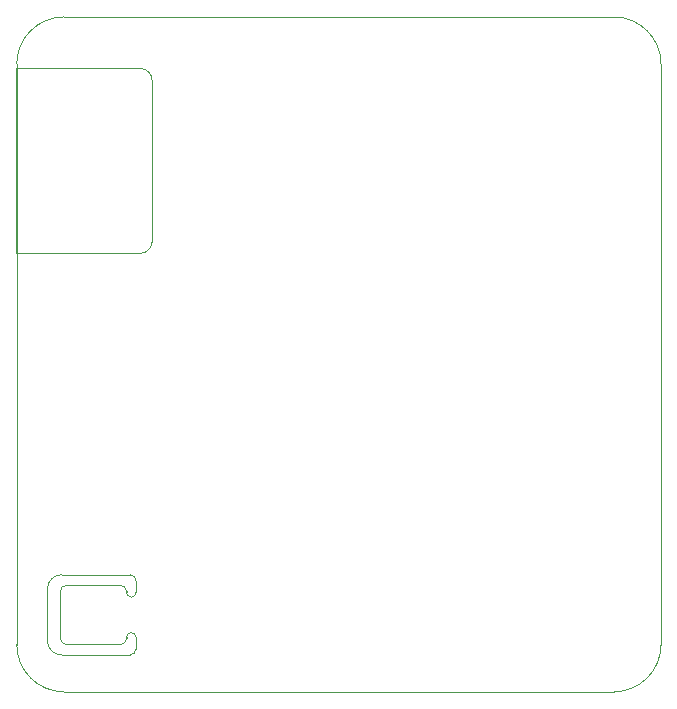
<source format=gbr>
%TF.GenerationSoftware,KiCad,Pcbnew,8.0.7*%
%TF.CreationDate,2024-12-14T14:48:29+01:00*%
%TF.ProjectId,CM5_CB,434d355f-4342-42e6-9b69-6361645f7063,rev?*%
%TF.SameCoordinates,Original*%
%TF.FileFunction,Profile,NP*%
%FSLAX46Y46*%
G04 Gerber Fmt 4.6, Leading zero omitted, Abs format (unit mm)*
G04 Created by KiCad (PCBNEW 8.0.7) date 2024-12-14 14:48:29*
%MOMM*%
%LPD*%
G01*
G04 APERTURE LIST*
%TA.AperFunction,Profile*%
%ADD10C,0.050000*%
%TD*%
%TA.AperFunction,Profile*%
%ADD11C,0.010000*%
%TD*%
G04 APERTURE END LIST*
D10*
X87646447Y-72653553D02*
X87646447Y-72553553D01*
X88446447Y-72653553D02*
G75*
G02*
X88046447Y-73053553I-399999J-1D01*
G01*
X88046447Y-73053553D02*
G75*
G02*
X87646447Y-72653553I-1J399999D01*
G01*
X82046447Y-76553553D02*
X82046447Y-72553553D01*
X87646447Y-76553553D02*
X87646447Y-76453553D01*
X87146447Y-72053553D02*
X82546447Y-72053553D01*
X88446447Y-71653553D02*
X88446447Y-72653553D01*
X87946447Y-77953553D02*
X82146447Y-77953553D01*
X82146447Y-71153553D02*
X87946447Y-71153553D01*
X87646447Y-76453553D02*
G75*
G02*
X88046447Y-76053553I399999J1D01*
G01*
X88046447Y-76053553D02*
G75*
G02*
X88446447Y-76453553I1J-399999D01*
G01*
X82546447Y-77053553D02*
X87146447Y-77053553D01*
X82046447Y-72553553D02*
G75*
G02*
X82546447Y-72053553I500001J-1D01*
G01*
X82546447Y-77053553D02*
G75*
G02*
X82046447Y-76553553I1J500001D01*
G01*
X88446447Y-76453553D02*
X88446447Y-77453553D01*
X87646447Y-76553553D02*
G75*
G02*
X87146447Y-77053553I-500001J1D01*
G01*
X87146447Y-72053553D02*
G75*
G02*
X87646447Y-72553553I-1J-500001D01*
G01*
X80946447Y-72353553D02*
G75*
G02*
X82146447Y-71153553I1200000J0D01*
G01*
X88446447Y-77453553D02*
G75*
G02*
X87946447Y-77953553I-500001J1D01*
G01*
X87946447Y-71153553D02*
G75*
G02*
X88446447Y-71653553I-1J-500001D01*
G01*
X82146447Y-77953553D02*
G75*
G02*
X80946447Y-76753553I0J1200000D01*
G01*
X80946447Y-76753553D02*
X80946447Y-72353553D01*
X82350000Y-81070000D02*
G75*
G02*
X78350000Y-77070000I0J4000000D01*
G01*
X78350000Y-27930000D02*
G75*
G02*
X82350000Y-23930000I4000000J0D01*
G01*
X132901573Y-77070000D02*
G75*
G02*
X128901573Y-81070000I-4000000J0D01*
G01*
X128901573Y-23930000D02*
G75*
G02*
X132901573Y-27930000I0J-4000000D01*
G01*
X78350000Y-77070000D02*
X78350000Y-27930000D01*
X128901573Y-81070000D02*
X82350000Y-81070000D01*
X82350000Y-23930000D02*
X128901573Y-23930000D01*
X132901573Y-27930000D02*
X132901573Y-77070000D01*
D11*
%TO.C,T401*%
X88805000Y-28295000D02*
G75*
G02*
X89805000Y-29295000I0J-1000000D01*
G01*
X89805000Y-42945000D02*
G75*
G02*
X88805000Y-43945000I-999999J-1D01*
G01*
X88805000Y-28295000D02*
X78305000Y-28295000D01*
X78305000Y-28295000D02*
X78305000Y-43945000D01*
X89805000Y-42945000D02*
X89805000Y-29295000D01*
X78305000Y-43945000D02*
X88805000Y-43945000D01*
%TD*%
M02*

</source>
